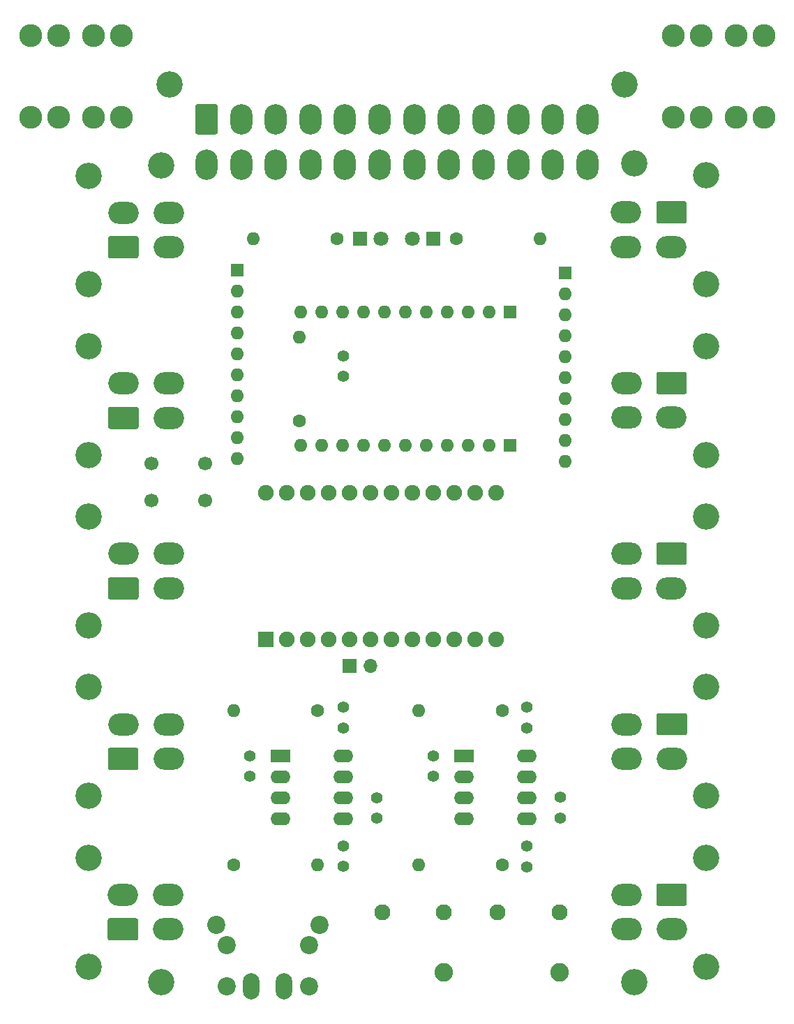
<source format=gbr>
%TF.GenerationSoftware,KiCad,Pcbnew,(5.1.8-0-10_14)*%
%TF.CreationDate,2021-03-27T13:16:03-04:00*%
%TF.ProjectId,muse,6d757365-2e6b-4696-9361-645f70636258,rev?*%
%TF.SameCoordinates,Original*%
%TF.FileFunction,Soldermask,Bot*%
%TF.FilePolarity,Negative*%
%FSLAX46Y46*%
G04 Gerber Fmt 4.6, Leading zero omitted, Abs format (unit mm)*
G04 Created by KiCad (PCBNEW (5.1.8-0-10_14)) date 2021-03-27 13:16:03*
%MOMM*%
%LPD*%
G01*
G04 APERTURE LIST*
%ADD10C,3.200000*%
%ADD11C,1.400000*%
%ADD12C,2.200000*%
%ADD13O,2.000000X3.200000*%
%ADD14R,1.900000X1.900000*%
%ADD15C,1.900000*%
%ADD16R,2.400000X1.600000*%
%ADD17O,2.400000X1.600000*%
%ADD18C,1.700000*%
%ADD19O,1.600000X1.600000*%
%ADD20R,1.600000X1.600000*%
%ADD21C,1.600000*%
%ADD22O,3.700000X2.700000*%
%ADD23O,1.700000X1.700000*%
%ADD24R,1.700000X1.700000*%
%ADD25O,2.700000X3.700000*%
%ADD26C,2.780000*%
%ADD27C,1.800000*%
%ADD28R,1.800000X1.800000*%
%ADD29C,1.950000*%
%ADD30C,2.250000*%
G04 APERTURE END LIST*
D10*
%TO.C,H4*%
X93853000Y-139827000D03*
%TD*%
%TO.C,H3*%
X93853000Y-40513000D03*
%TD*%
%TO.C,H2*%
X36449000Y-139827000D03*
%TD*%
%TO.C,H1*%
X36449000Y-40767000D03*
%TD*%
D11*
%TO.C,C9*%
X58547000Y-66381000D03*
X58547000Y-63881000D03*
%TD*%
%TO.C,C8*%
X47257000Y-112407000D03*
X47257000Y-114907000D03*
%TD*%
%TO.C,C7*%
X69469000Y-112377000D03*
X69469000Y-114877000D03*
%TD*%
%TO.C,C6*%
X62611000Y-119975000D03*
X62611000Y-117475000D03*
%TD*%
%TO.C,C5*%
X84943000Y-119947000D03*
X84943000Y-117447000D03*
%TD*%
%TO.C,C4*%
X58567000Y-106507000D03*
X58567000Y-109007000D03*
%TD*%
%TO.C,C3*%
X80843000Y-106507000D03*
X80843000Y-109007000D03*
%TD*%
%TO.C,C2*%
X58547000Y-125817000D03*
X58547000Y-123317000D03*
%TD*%
%TO.C,C1*%
X80823000Y-125837000D03*
X80823000Y-123337000D03*
%TD*%
D12*
%TO.C,CON2*%
X54403000Y-140365000D03*
X55653000Y-132865000D03*
X43153000Y-132865000D03*
X44403000Y-140365000D03*
X44403000Y-135365000D03*
X54403000Y-135365000D03*
D13*
X51403000Y-140365000D03*
X47403000Y-140365000D03*
%TD*%
D14*
%TO.C,U3*%
X49160720Y-98302460D03*
D15*
X51700720Y-98302460D03*
X54240720Y-98302460D03*
X56780720Y-98302460D03*
X59320720Y-98302460D03*
X61860720Y-98302460D03*
X64400720Y-98302460D03*
X66940720Y-98302460D03*
X69480720Y-98302460D03*
X72020720Y-98302460D03*
X74560720Y-98302460D03*
X77100720Y-98302460D03*
X49160720Y-80522460D03*
X51700720Y-80522460D03*
X54240720Y-80522460D03*
X56780720Y-80522460D03*
X59320720Y-80522460D03*
X61860720Y-80522460D03*
X64400720Y-80522460D03*
X66940720Y-80522460D03*
X69480720Y-80522460D03*
X72020720Y-80522460D03*
X74560720Y-80522460D03*
X77100720Y-80522460D03*
%TD*%
D16*
%TO.C,U2*%
X50917000Y-112387000D03*
D17*
X58537000Y-120007000D03*
X50917000Y-114927000D03*
X58537000Y-117467000D03*
X50917000Y-117467000D03*
X58537000Y-114927000D03*
X50917000Y-120007000D03*
X58537000Y-112387000D03*
%TD*%
D16*
%TO.C,U1*%
X73213000Y-112377000D03*
D17*
X80833000Y-119997000D03*
X73213000Y-114917000D03*
X80833000Y-117457000D03*
X73213000Y-117457000D03*
X80833000Y-114917000D03*
X73213000Y-119997000D03*
X80833000Y-112377000D03*
%TD*%
D18*
%TO.C,SW1*%
X41783000Y-81407000D03*
X35283000Y-81407000D03*
X41783000Y-76907000D03*
X35283000Y-76907000D03*
%TD*%
D19*
%TO.C,RN4*%
X85471000Y-76675000D03*
X85471000Y-74135000D03*
X85471000Y-71595000D03*
X85471000Y-69055000D03*
X85471000Y-66515000D03*
X85471000Y-63975000D03*
X85471000Y-61435000D03*
X85471000Y-58895000D03*
X85471000Y-56355000D03*
D20*
X85471000Y-53815000D03*
%TD*%
D19*
%TO.C,RN3*%
X45715000Y-76351000D03*
X45715000Y-73811000D03*
X45715000Y-71271000D03*
X45715000Y-68731000D03*
X45715000Y-66191000D03*
X45715000Y-63651000D03*
X45715000Y-61111000D03*
X45715000Y-58571000D03*
X45715000Y-56031000D03*
D20*
X45715000Y-53491000D03*
%TD*%
D19*
%TO.C,RN2*%
X53395000Y-58547000D03*
X55935000Y-58547000D03*
X58475000Y-58547000D03*
X61015000Y-58547000D03*
X63555000Y-58547000D03*
X66095000Y-58547000D03*
X68635000Y-58547000D03*
X71175000Y-58547000D03*
X73715000Y-58547000D03*
X76255000Y-58547000D03*
D20*
X78795000Y-58547000D03*
%TD*%
D19*
%TO.C,RN1*%
X53405000Y-74751000D03*
X55945000Y-74751000D03*
X58485000Y-74751000D03*
X61025000Y-74751000D03*
X63565000Y-74751000D03*
X66105000Y-74751000D03*
X68645000Y-74751000D03*
X71185000Y-74751000D03*
X73725000Y-74751000D03*
X76265000Y-74751000D03*
D20*
X78805000Y-74751000D03*
%TD*%
D19*
%TO.C,R7*%
X53213000Y-61595000D03*
D21*
X53213000Y-71755000D03*
%TD*%
D19*
%TO.C,R6*%
X82423000Y-49657000D03*
D21*
X72263000Y-49657000D03*
%TD*%
D19*
%TO.C,R5*%
X47625000Y-49657000D03*
D21*
X57785000Y-49657000D03*
%TD*%
D19*
%TO.C,R4*%
X45317000Y-106887000D03*
D21*
X55477000Y-106887000D03*
%TD*%
D19*
%TO.C,R3*%
X67733000Y-106897000D03*
D21*
X77893000Y-106897000D03*
%TD*%
D19*
%TO.C,R2*%
X55467000Y-125607000D03*
D21*
X45307000Y-125607000D03*
%TD*%
D19*
%TO.C,R1*%
X67683000Y-125617000D03*
D21*
X77843000Y-125617000D03*
%TD*%
%TO.C,J12*%
G36*
G01*
X96797001Y-45123000D02*
X99996999Y-45123000D01*
G75*
G02*
X100247000Y-45373001I0J-250001D01*
G01*
X100247000Y-47572999D01*
G75*
G02*
X99996999Y-47823000I-250001J0D01*
G01*
X96797001Y-47823000D01*
G75*
G02*
X96547000Y-47572999I0J250001D01*
G01*
X96547000Y-45373001D01*
G75*
G02*
X96797001Y-45123000I250001J0D01*
G01*
G37*
D22*
X98397000Y-50673000D03*
X92897000Y-46473000D03*
X92897000Y-50673000D03*
D10*
X102597000Y-41973000D03*
X102597000Y-55173000D03*
%TD*%
%TO.C,J11*%
G36*
G01*
X96807001Y-65833000D02*
X100006999Y-65833000D01*
G75*
G02*
X100257000Y-66083001I0J-250001D01*
G01*
X100257000Y-68282999D01*
G75*
G02*
X100006999Y-68533000I-250001J0D01*
G01*
X96807001Y-68533000D01*
G75*
G02*
X96557000Y-68282999I0J250001D01*
G01*
X96557000Y-66083001D01*
G75*
G02*
X96807001Y-65833000I250001J0D01*
G01*
G37*
D22*
X98407000Y-71383000D03*
X92907000Y-67183000D03*
X92907000Y-71383000D03*
D10*
X102607000Y-62683000D03*
X102607000Y-75883000D03*
%TD*%
%TO.C,J10*%
G36*
G01*
X96807001Y-86543000D02*
X100006999Y-86543000D01*
G75*
G02*
X100257000Y-86793001I0J-250001D01*
G01*
X100257000Y-88992999D01*
G75*
G02*
X100006999Y-89243000I-250001J0D01*
G01*
X96807001Y-89243000D01*
G75*
G02*
X96557000Y-88992999I0J250001D01*
G01*
X96557000Y-86793001D01*
G75*
G02*
X96807001Y-86543000I250001J0D01*
G01*
G37*
D22*
X98407000Y-92093000D03*
X92907000Y-87893000D03*
X92907000Y-92093000D03*
D10*
X102607000Y-83393000D03*
X102607000Y-96593000D03*
%TD*%
%TO.C,J9*%
G36*
G01*
X96827001Y-107213000D02*
X100026999Y-107213000D01*
G75*
G02*
X100277000Y-107463001I0J-250001D01*
G01*
X100277000Y-109662999D01*
G75*
G02*
X100026999Y-109913000I-250001J0D01*
G01*
X96827001Y-109913000D01*
G75*
G02*
X96577000Y-109662999I0J250001D01*
G01*
X96577000Y-107463001D01*
G75*
G02*
X96827001Y-107213000I250001J0D01*
G01*
G37*
D22*
X98427000Y-112763000D03*
X92927000Y-108563000D03*
X92927000Y-112763000D03*
D10*
X102627000Y-104063000D03*
X102627000Y-117263000D03*
%TD*%
%TO.C,J8*%
G36*
G01*
X96817001Y-127893000D02*
X100016999Y-127893000D01*
G75*
G02*
X100267000Y-128143001I0J-250001D01*
G01*
X100267000Y-130342999D01*
G75*
G02*
X100016999Y-130593000I-250001J0D01*
G01*
X96817001Y-130593000D01*
G75*
G02*
X96567000Y-130342999I0J250001D01*
G01*
X96567000Y-128143001D01*
G75*
G02*
X96817001Y-127893000I250001J0D01*
G01*
G37*
D22*
X98417000Y-133443000D03*
X92917000Y-129243000D03*
X92917000Y-133443000D03*
D10*
X102617000Y-124743000D03*
X102617000Y-137943000D03*
%TD*%
%TO.C,J7*%
G36*
G01*
X33444999Y-134797000D02*
X30245001Y-134797000D01*
G75*
G02*
X29995000Y-134546999I0J250001D01*
G01*
X29995000Y-132347001D01*
G75*
G02*
X30245001Y-132097000I250001J0D01*
G01*
X33444999Y-132097000D01*
G75*
G02*
X33695000Y-132347001I0J-250001D01*
G01*
X33695000Y-134546999D01*
G75*
G02*
X33444999Y-134797000I-250001J0D01*
G01*
G37*
D22*
X31845000Y-129247000D03*
X37345000Y-133447000D03*
X37345000Y-129247000D03*
D10*
X27645000Y-137947000D03*
X27645000Y-124747000D03*
%TD*%
%TO.C,J6*%
G36*
G01*
X33464999Y-114117000D02*
X30265001Y-114117000D01*
G75*
G02*
X30015000Y-113866999I0J250001D01*
G01*
X30015000Y-111667001D01*
G75*
G02*
X30265001Y-111417000I250001J0D01*
G01*
X33464999Y-111417000D01*
G75*
G02*
X33715000Y-111667001I0J-250001D01*
G01*
X33715000Y-113866999D01*
G75*
G02*
X33464999Y-114117000I-250001J0D01*
G01*
G37*
D22*
X31865000Y-108567000D03*
X37365000Y-112767000D03*
X37365000Y-108567000D03*
D10*
X27665000Y-117267000D03*
X27665000Y-104067000D03*
%TD*%
%TO.C,J5*%
G36*
G01*
X33474999Y-93447000D02*
X30275001Y-93447000D01*
G75*
G02*
X30025000Y-93196999I0J250001D01*
G01*
X30025000Y-90997001D01*
G75*
G02*
X30275001Y-90747000I250001J0D01*
G01*
X33474999Y-90747000D01*
G75*
G02*
X33725000Y-90997001I0J-250001D01*
G01*
X33725000Y-93196999D01*
G75*
G02*
X33474999Y-93447000I-250001J0D01*
G01*
G37*
D22*
X31875000Y-87897000D03*
X37375000Y-92097000D03*
X37375000Y-87897000D03*
D10*
X27675000Y-96597000D03*
X27675000Y-83397000D03*
%TD*%
%TO.C,J4*%
G36*
G01*
X33484999Y-72757000D02*
X30285001Y-72757000D01*
G75*
G02*
X30035000Y-72506999I0J250001D01*
G01*
X30035000Y-70307001D01*
G75*
G02*
X30285001Y-70057000I250001J0D01*
G01*
X33484999Y-70057000D01*
G75*
G02*
X33735000Y-70307001I0J-250001D01*
G01*
X33735000Y-72506999D01*
G75*
G02*
X33484999Y-72757000I-250001J0D01*
G01*
G37*
D22*
X31885000Y-67207000D03*
X37385000Y-71407000D03*
X37385000Y-67207000D03*
D10*
X27685000Y-75907000D03*
X27685000Y-62707000D03*
%TD*%
%TO.C,J3*%
G36*
G01*
X33474999Y-52067000D02*
X30275001Y-52067000D01*
G75*
G02*
X30025000Y-51816999I0J250001D01*
G01*
X30025000Y-49617001D01*
G75*
G02*
X30275001Y-49367000I250001J0D01*
G01*
X33474999Y-49367000D01*
G75*
G02*
X33725000Y-49617001I0J-250001D01*
G01*
X33725000Y-51816999D01*
G75*
G02*
X33474999Y-52067000I-250001J0D01*
G01*
G37*
D22*
X31875000Y-46517000D03*
X37375000Y-50717000D03*
X37375000Y-46517000D03*
D10*
X27675000Y-55217000D03*
X27675000Y-42017000D03*
%TD*%
D23*
%TO.C,J2*%
X61849000Y-101473000D03*
D24*
X59309000Y-101473000D03*
%TD*%
%TO.C,J1*%
G36*
G01*
X40635000Y-36778999D02*
X40635000Y-33579001D01*
G75*
G02*
X40885001Y-33329000I250001J0D01*
G01*
X43084999Y-33329000D01*
G75*
G02*
X43335000Y-33579001I0J-250001D01*
G01*
X43335000Y-36778999D01*
G75*
G02*
X43084999Y-37029000I-250001J0D01*
G01*
X40885001Y-37029000D01*
G75*
G02*
X40635000Y-36778999I0J250001D01*
G01*
G37*
D25*
X46185000Y-35179000D03*
X50385000Y-35179000D03*
X54585000Y-35179000D03*
X58785000Y-35179000D03*
X62985000Y-35179000D03*
X67185000Y-35179000D03*
X71385000Y-35179000D03*
X75585000Y-35179000D03*
X79785000Y-35179000D03*
X83985000Y-35179000D03*
X88185000Y-35179000D03*
X41985000Y-40679000D03*
X46185000Y-40679000D03*
X50385000Y-40679000D03*
X54585000Y-40679000D03*
X58785000Y-40679000D03*
X62985000Y-40679000D03*
X67185000Y-40679000D03*
X71385000Y-40679000D03*
X75585000Y-40679000D03*
X79785000Y-40679000D03*
X83985000Y-40679000D03*
X88185000Y-40679000D03*
D10*
X37485000Y-30979000D03*
X92685000Y-30979000D03*
%TD*%
D26*
%TO.C,F4*%
X106201000Y-34939000D03*
X109601000Y-34939000D03*
X106201000Y-25019000D03*
X109601000Y-25019000D03*
%TD*%
%TO.C,F3*%
X20603000Y-34939000D03*
X24003000Y-34939000D03*
X20603000Y-25019000D03*
X24003000Y-25019000D03*
%TD*%
%TO.C,F2*%
X98581000Y-34939000D03*
X101981000Y-34939000D03*
X98581000Y-25019000D03*
X101981000Y-25019000D03*
%TD*%
%TO.C,F1*%
X28223000Y-34939000D03*
X31623000Y-34939000D03*
X28223000Y-25019000D03*
X31623000Y-25019000D03*
%TD*%
D27*
%TO.C,D2*%
X66929000Y-49657000D03*
D28*
X69469000Y-49657000D03*
%TD*%
D27*
%TO.C,D1*%
X63119000Y-49657000D03*
D28*
X60579000Y-49657000D03*
%TD*%
D29*
%TO.C,CON1*%
X63291000Y-131383000D03*
X70791000Y-131383000D03*
X77291000Y-131383000D03*
X84791000Y-131383000D03*
D30*
X70791000Y-138633000D03*
X84791000Y-138633000D03*
%TD*%
M02*

</source>
